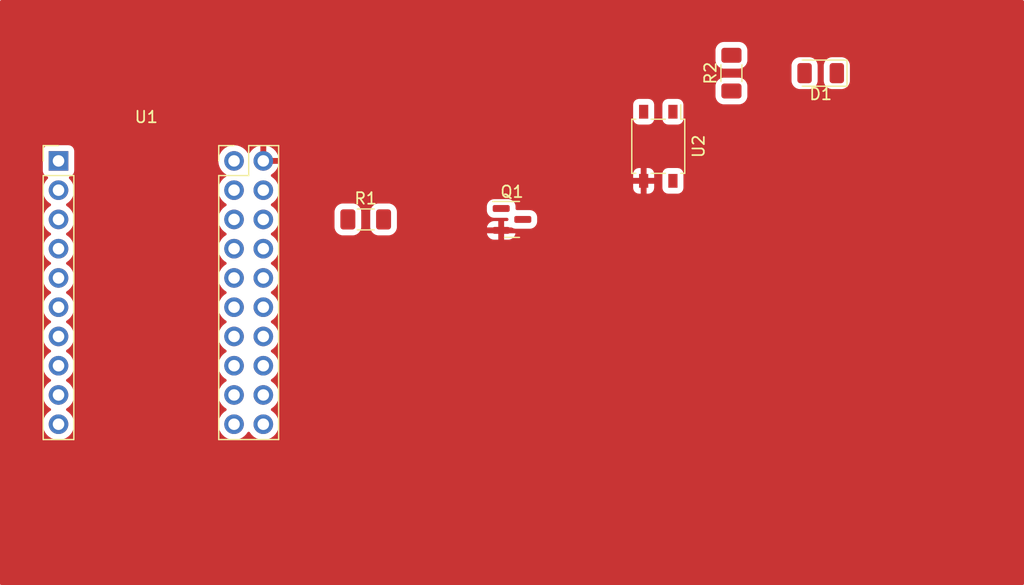
<source format=kicad_pcb>
(kicad_pcb (version 20210228) (generator pcbnew)
  (layers (0 "F.Cu" signal) (31 "B.Cu" signal) (34 "B.Paste" user) (35 "F.Paste" user) (36 "B.SilkS" user "B.Silkscreen") (37 "F.SilkS" user "F.Silkscreen") (38 "B.Mask" user) (39 "F.Mask" user) (44 "Edge.Cuts" user))
  (net 0 "")
  (net 18 "GND")
  (net 19 "+3V3")
  (net 30 "Net-(D1-Pad2)")
  (net 31 "+5V")
  (net 32 "Net-(Q1-Pad3)")
  (net 33 "Net-(R1-Pad1)")
  (net 34 "Net-(D1-Pad1)")
  (net 35 "Net-(Q1-Pad1)")
  (footprint "LED_SMD:LED_1206_3216Metric" (layer "F.Cu") (at 134.75 57.15 180)
    (fp_text reference "D1" (at 0 -1.82) (layer "F.SilkS"))
    (fp_text value "IR26-21C_L110_TR8")
    (fp_line (start 1.6 -1.135) (end -2.285 -1.135) (layer "F.SilkS") (width 0.12))
    (fp_line (start -2.285 -1.135) (end -2.285 1.135) (layer "F.SilkS") (width 0.12))
    (fp_line (start -2.285 1.135) (end 1.6 1.135) (layer "F.SilkS") (width 0.12))
    (pad "1" smd roundrect (at -1.4 0 180) (size 1.25 1.75) (layers "F.Cu" "F.Paste" "F.Mask") (roundrect_rratio 0.2) (net 34 "Net-(D1-Pad1)"))
    (pad "2" smd roundrect (at 1.4 0 180) (size 1.25 1.75) (layers "F.Cu" "F.Paste" "F.Mask") (roundrect_rratio 0.2) (net 30 "Net-(D1-Pad2)"))
  )
  (footprint "Resistor_SMD:R_1206_3216Metric_Pad1.30x1.75mm_HandSolder" (layer "F.Cu") (at 127 57.15 90)
    (fp_text reference "R2" (at 0 -1.82 90) (layer "F.SilkS"))
    (fp_text value "1k")
    (fp_line (start -0.727064 0.91) (end 0.727064 0.91) (layer "F.SilkS") (width 0.12))
    (fp_line (start -0.727064 -0.91) (end 0.727064 -0.91) (layer "F.SilkS") (width 0.12))
    (pad "1" smd roundrect (at -1.55 0 90) (size 1.3 1.75) (layers "F.Cu" "F.Paste" "F.Mask") (roundrect_rratio 0.192308) (net 31 "+5V"))
    (pad "2" smd roundrect (at 1.55 0 90) (size 1.3 1.75) (layers "F.Cu" "F.Paste" "F.Mask") (roundrect_rratio 0.192308) (net 30 "Net-(D1-Pad2)"))
  )
  (footprint "Package_SO:SO-4_4.4x4.3mm_P2.54mm" (layer "F.Cu") (at 120.65 63.5 -90)
    (fp_text reference "U2" (at 0 -3.5 90) (layer "F.SilkS"))
    (fp_text value "ASSR-1218")
    (fp_line (start -2.35 0.62) (end -2.35 -0.62) (layer "F.SilkS") (width 0.12))
    (fp_line (start -2.35 -2.3) (end 2.35 -2.3) (layer "F.SilkS") (width 0.12))
    (fp_line (start 2.35 -2.3) (end 2.35 -1.95) (layer "F.SilkS") (width 0.12))
    (fp_line (start 2.35 0.62) (end 2.35 -0.62) (layer "F.SilkS") (width 0.12))
    (fp_line (start 2.35 2.3) (end 2.35 1.95) (layer "F.SilkS") (width 0.12))
    (fp_line (start -2.35 -1.95) (end -2.35 -2.3) (layer "F.SilkS") (width 0.12))
    (fp_line (start -2.35 1.95) (end -2.35 2.3) (layer "F.SilkS") (width 0.12))
    (fp_line (start -2.35 2.3) (end 2.35 2.3) (layer "F.SilkS") (width 0.12))
    (fp_line (start -2.35 -1.95) (end -3.6 -1.95) (layer "F.SilkS") (width 0.12))
    (pad "1" smd rect (at -3 -1.27 180) (size 0.8 1.2) (layers "F.Cu" "F.Paste" "F.Mask") (net 31 "+5V"))
    (pad "2" smd rect (at -3 1.27 180) (size 0.8 1.2) (layers "F.Cu" "F.Paste" "F.Mask") (net 32 "Net-(Q1-Pad3)"))
    (pad "3" smd rect (at 3 1.27 180) (size 0.8 1.2) (layers "F.Cu" "F.Paste" "F.Mask") (net 18 "GND"))
    (pad "4" smd rect (at 3 -1.27 180) (size 0.8 1.2) (layers "F.Cu" "F.Paste" "F.Mask") (net 34 "Net-(D1-Pad1)"))
  )
  (footprint "Package_TO_SOT_SMD:SOT-23" (layer "F.Cu") (at 107.95 69.85)
    (fp_text reference "Q1" (at 0 -2.4) (layer "F.SilkS"))
    (fp_text value "MMBT3904")
    (fp_line (start 0 1.56) (end 0.65 1.56) (layer "F.SilkS") (width 0.12))
    (fp_line (start 0 -1.56) (end 0.65 -1.56) (layer "F.SilkS") (width 0.12))
    (fp_line (start 0 -1.56) (end -1.675 -1.56) (layer "F.SilkS") (width 0.12))
    (fp_line (start 0 1.56) (end -0.65 1.56) (layer "F.SilkS") (width 0.12))
    (pad "1" smd roundrect (at -0.9375 -0.95) (size 1.475 0.6) (layers "F.Cu" "F.Paste" "F.Mask") (net 35 "Net-(Q1-Pad1)"))
    (pad "2" smd roundrect (at -0.9375 0.95) (size 1.475 0.6) (layers "F.Cu" "F.Paste" "F.Mask") (net 18 "GND"))
    (pad "3" smd roundrect (at 0.9375 0) (size 1.475 0.6) (layers "F.Cu" "F.Paste" "F.Mask") (net 32 "Net-(Q1-Pad3)"))
  )
  (footprint "Resistor_SMD:R_1206_3216Metric_Pad1.30x1.75mm_HandSolder" (layer "F.Cu") (at 95.25 69.85)
    (fp_text reference "R1" (at 0 -1.82) (layer "F.SilkS"))
    (fp_text value "1k")
    (fp_line (start -0.727064 0.91) (end 0.727064 0.91) (layer "F.SilkS") (width 0.12))
    (fp_line (start -0.727064 -0.91) (end 0.727064 -0.91) (layer "F.SilkS") (width 0.12))
    (pad "1" smd roundrect (at -1.55 0) (size 1.3 1.75) (layers "F.Cu" "F.Paste" "F.Mask") (roundrect_rratio 0.192308) (net 33 "Net-(R1-Pad1)"))
    (pad "2" smd roundrect (at 1.55 0) (size 1.3 1.75) (layers "F.Cu" "F.Paste" "F.Mask") (roundrect_rratio 0.192308) (net 35 "Net-(Q1-Pad1)"))
  )
  (footprint "UH_HA:Module_MCP23017" (layer "F.Cu") (at 76.2 76.2)
    (fp_text reference "U1" (at 0 -15.24) (layer "F.SilkS"))
    (fp_text value "MCP23017M")
    (fp_line (start 8.89 -12.76) (end 11.49 -12.76) (layer "F.SilkS") (width 0.12))
    (fp_line (start -8.95 -10.16) (end -6.29 -10.16) (layer "F.SilkS") (width 0.12))
    (fp_line (start -8.95 -11.43) (end -8.95 -12.76) (layer "F.SilkS") (width 0.12))
    (fp_line (start -8.95 -10.16) (end -8.95 12.76) (layer "F.SilkS") (width 0.12))
    (fp_line (start 6.29 -10.16) (end 8.89 -10.16) (layer "F.SilkS") (width 0.12))
    (fp_line (start -8.95 -12.76) (end -7.62 -12.76) (layer "F.SilkS") (width 0.12))
    (fp_line (start 8.89 -10.16) (end 8.89 -12.76) (layer "F.SilkS") (width 0.12))
    (fp_line (start 6.29 -12.76) (end 7.62 -12.76) (layer "F.SilkS") (width 0.12))
    (fp_line (start 11.49 -12.76) (end 11.49 12.76) (layer "F.SilkS") (width 0.12))
    (fp_line (start 6.29 -10.16) (end 6.29 12.76) (layer "F.SilkS") (width 0.12))
    (fp_line (start -8.95 12.76) (end -6.29 12.76) (layer "F.SilkS") (width 0.12))
    (fp_line (start 6.29 -11.43) (end 6.29 -12.76) (layer "F.SilkS") (width 0.12))
    (fp_line (start -6.29 -10.16) (end -6.29 12.76) (layer "F.SilkS") (width 0.12))
    (fp_line (start 6.29 12.76) (end 11.49 12.76) (layer "F.SilkS") (width 0.12))
    (pad "1" thru_hole rect (at -7.62 -11.43) (size 1.7 1.7) (drill 1) (layers *.Cu *.Mask))
    (pad "2" thru_hole oval (at -7.62 -8.89) (size 1.7 1.7) (drill 1) (layers *.Cu *.Mask))
    (pad "3" thru_hole oval (at -7.62 -6.35) (size 1.7 1.7) (drill 1) (layers *.Cu *.Mask))
    (pad "4" thru_hole oval (at -7.62 -3.81) (size 1.7 1.7) (drill 1) (layers *.Cu *.Mask))
    (pad "5" thru_hole oval (at -7.62 -1.27) (size 1.7 1.7) (drill 1) (layers *.Cu *.Mask))
    (pad "6" thru_hole oval (at -7.62 1.27) (size 1.7 1.7) (drill 1) (layers *.Cu *.Mask))
    (pad "7" thru_hole oval (at -7.62 3.81) (size 1.7 1.7) (drill 1) (layers *.Cu *.Mask))
    (pad "8" thru_hole oval (at -7.62 6.35) (size 1.7 1.7) (drill 1) (layers *.Cu *.Mask))
    (pad "9" thru_hole oval (at -7.62 8.89) (size 1.7 1.7) (drill 1) (layers *.Cu *.Mask))
    (pad "10" thru_hole oval (at -7.62 11.43) (size 1.7 1.7) (drill 1) (layers *.Cu *.Mask))
    (pad "11" thru_hole circle (at 7.62 -11.43) (size 1.7 1.7) (drill 1) (layers *.Cu *.Mask) (net 19 "+3V3"))
    (pad "12" thru_hole oval (at 10.16 -11.43) (size 1.7 1.7) (drill 1) (layers *.Cu *.Mask) (net 18 "GND"))
    (pad "13" thru_hole oval (at 7.62 -8.89) (size 1.7 1.7) (drill 1) (layers *.Cu *.Mask))
    (pad "14" thru_hole oval (at 10.16 -8.89) (size 1.7 1.7) (drill 1) (layers *.Cu *.Mask))
    (pad "15" thru_hole oval (at 7.62 -6.35) (size 1.7 1.7) (drill 1) (layers *.Cu *.Mask) (net 33 "Net-(R1-Pad1)"))
    (pad "16" thru_hole oval (at 10.16 -6.35) (size 1.7 1.7) (drill 1) (layers *.Cu *.Mask))
    (pad "17" thru_hole oval (at 7.62 -3.81) (size 1.7 1.7) (drill 1) (layers *.Cu *.Mask))
    (pad "18" thru_hole oval (at 10.16 -3.81) (size 1.7 1.7) (drill 1) (layers *.Cu *.Mask))
    (pad "19" thru_hole oval (at 7.62 -1.27) (size 1.7 1.7) (drill 1) (layers *.Cu *.Mask))
    (pad "20" thru_hole oval (at 10.16 -1.27) (size 1.7 1.7) (drill 1) (layers *.Cu *.Mask))
    (pad "21" thru_hole oval (at 7.62 1.27) (size 1.7 1.7) (drill 1) (layers *.Cu *.Mask))
    (pad "22" thru_hole oval (at 10.16 1.27) (size 1.7 1.7) (drill 1) (layers *.Cu *.Mask))
    (pad "23" thru_hole oval (at 7.62 3.81) (size 1.7 1.7) (drill 1) (layers *.Cu *.Mask))
    (pad "24" thru_hole oval (at 10.16 3.81) (size 1.7 1.7) (drill 1) (layers *.Cu *.Mask))
    (pad "25" thru_hole oval (at 7.62 6.35) (size 1.7 1.7) (drill 1) (layers *.Cu *.Mask))
    (pad "26" thru_hole oval (at 10.16 6.35) (size 1.7 1.7) (drill 1) (layers *.Cu *.Mask))
    (pad "27" thru_hole oval (at 7.62 8.89) (size 1.7 1.7) (drill 1) (layers *.Cu *.Mask))
    (pad "28" thru_hole oval (at 10.16 8.89) (size 1.7 1.7) (drill 1) (layers *.Cu *.Mask))
    (pad "29" thru_hole oval (at 7.62 11.43) (size 1.7 1.7) (drill 1) (layers *.Cu *.Mask))
    (pad "30" thru_hole oval (at 10.16 11.43) (size 1.7 1.7) (drill 1) (layers *.Cu *.Mask))
  )
  (zone (net 18) (net_name "GND") (layer "F.Cu") (connect_pads (clearance 0.508)) (min_thickness 0.254) (fill yes (thermal_gap 0.508) (thermal_bridge_width 0.508))
    (polygon (pts (xy 152.4 101.6) (xy 63.5 101.6) (xy 63.5 50.8) (xy 152.4 50.8)))
  )
)
</source>
